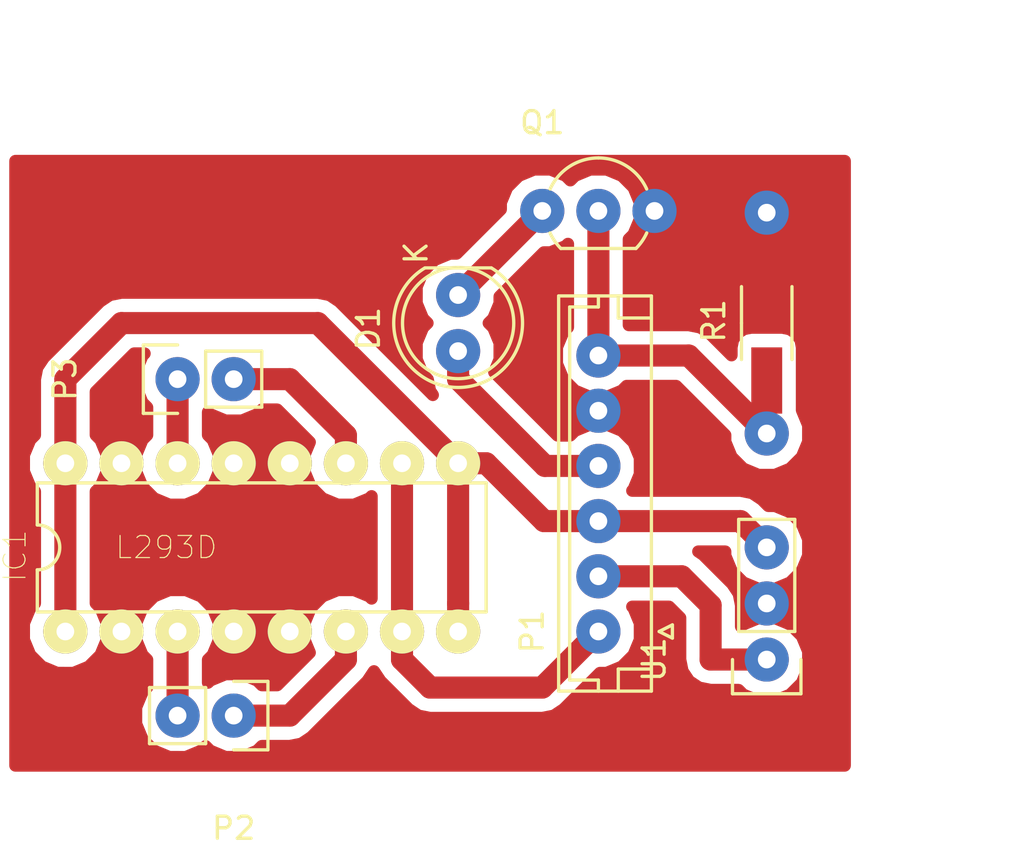
<source format=kicad_pcb>
(kicad_pcb (version 4) (host pcbnew 4.0.7-e1-6374~58~ubuntu17.04.1)

  (general
    (links 27)
    (no_connects 1)
    (area 122.519 95.09 172.95 133.175)
    (thickness 1.6)
    (drawings 2)
    (tracks 37)
    (zones 0)
    (modules 8)
    (nets 12)
  )

  (page A4)
  (layers
    (0 F.Cu signal)
    (31 B.Cu signal)
    (32 B.Adhes user)
    (33 F.Adhes user)
    (34 B.Paste user)
    (35 F.Paste user)
    (36 B.SilkS user)
    (37 F.SilkS user)
    (38 B.Mask user)
    (39 F.Mask user)
    (40 Dwgs.User user)
    (41 Cmts.User user)
    (42 Eco1.User user)
    (43 Eco2.User user)
    (44 Edge.Cuts user)
    (45 Margin user)
    (46 B.CrtYd user)
    (47 F.CrtYd user)
    (48 B.Fab user)
    (49 F.Fab user)
  )

  (setup
    (last_trace_width 1)
    (trace_clearance 0.2)
    (zone_clearance 0.6)
    (zone_45_only no)
    (trace_min 0.2)
    (segment_width 0.2)
    (edge_width 0.15)
    (via_size 0.6)
    (via_drill 0.4)
    (via_min_size 0.4)
    (via_min_drill 0.3)
    (uvia_size 0.3)
    (uvia_drill 0.1)
    (uvias_allowed no)
    (uvia_min_size 0.2)
    (uvia_min_drill 0.1)
    (pcb_text_width 0.3)
    (pcb_text_size 1.5 1.5)
    (mod_edge_width 0.15)
    (mod_text_size 1 1)
    (mod_text_width 0.15)
    (pad_size 2 2)
    (pad_drill 0.8)
    (pad_to_mask_clearance 0.2)
    (aux_axis_origin 123.19 129.54)
    (visible_elements FFFFFF7F)
    (pcbplotparams
      (layerselection 0x00000_00000001)
      (usegerberextensions false)
      (excludeedgelayer true)
      (linewidth 0.100000)
      (plotframeref false)
      (viasonmask false)
      (mode 1)
      (useauxorigin true)
      (hpglpennumber 1)
      (hpglpenspeed 20)
      (hpglpendiameter 15)
      (hpglpenoverlay 2)
      (psnegative false)
      (psa4output false)
      (plotreference true)
      (plotvalue true)
      (plotinvisibletext false)
      (padsonsilk false)
      (subtractmaskfromsilk false)
      (outputformat 1)
      (mirror false)
      (drillshape 0)
      (scaleselection 1)
      (outputdirectory gerber/))
  )

  (net 0 "")
  (net 1 "Net-(D1-Pad1)")
  (net 2 +5V)
  (net 3 +3V3)
  (net 4 GND)
  (net 5 "Net-(IC1-Pad10)")
  (net 6 "Net-(IC1-Pad3)")
  (net 7 "Net-(IC1-Pad6)")
  (net 8 "Net-(IC1-Pad11)")
  (net 9 "Net-(IC1-Pad14)")
  (net 10 "Net-(P1-Pad2)")
  (net 11 "Net-(P1-Pad6)")

  (net_class Default "This is the default net class."
    (clearance 0.2)
    (trace_width 1)
    (via_dia 0.6)
    (via_drill 0.4)
    (uvia_dia 0.3)
    (uvia_drill 0.1)
    (add_net +3V3)
    (add_net +5V)
    (add_net GND)
    (add_net "Net-(D1-Pad1)")
    (add_net "Net-(IC1-Pad10)")
    (add_net "Net-(IC1-Pad11)")
    (add_net "Net-(IC1-Pad14)")
    (add_net "Net-(IC1-Pad3)")
    (add_net "Net-(IC1-Pad6)")
    (add_net "Net-(P1-Pad2)")
    (add_net "Net-(P1-Pad6)")
  )

  (module LEDs:LED-5MM (layer F.Cu) (tedit 597EDD27) (tstamp 597DD877)
    (at 143.51 107.95 270)
    (descr "LED 5mm round vertical")
    (tags "LED 5mm round vertical")
    (path /597B30AF)
    (fp_text reference D1 (at 1.524 4.064 270) (layer F.SilkS)
      (effects (font (size 1 1) (thickness 0.15)))
    )
    (fp_text value LED (at 1.524 -3.937 270) (layer F.Fab)
      (effects (font (size 1 1) (thickness 0.15)))
    )
    (fp_line (start -1.5 -1.55) (end -1.5 1.55) (layer F.CrtYd) (width 0.05))
    (fp_arc (start 1.3 0) (end -1.5 1.55) (angle -302) (layer F.CrtYd) (width 0.05))
    (fp_arc (start 1.27 0) (end -1.23 -1.5) (angle 297.5) (layer F.SilkS) (width 0.15))
    (fp_line (start -1.23 1.5) (end -1.23 -1.5) (layer F.SilkS) (width 0.15))
    (fp_circle (center 1.27 0) (end 0.97 -2.5) (layer F.SilkS) (width 0.15))
    (fp_text user K (at -1.905 1.905 270) (layer F.SilkS)
      (effects (font (size 1 1) (thickness 0.15)))
    )
    (pad 1 thru_hole circle (at 0 0) (size 2 2) (drill 0.8) (layers *.Cu *.Mask)
      (net 1 "Net-(D1-Pad1)"))
    (pad 2 thru_hole circle (at 2.54 0) (size 2 2) (drill 0.8) (layers *.Cu *.Mask)
      (net 2 +5V))
    (model LEDs.3dshapes/LED-5MM.wrl
      (at (xyz 0.05 0 0))
      (scale (xyz 1 1 1))
      (rotate (xyz 0 0 90))
    )
  )

  (module L293D:DIL16 (layer F.Cu) (tedit 597DE055) (tstamp 597DD88B)
    (at 134.62 119.38)
    (descr "<b>Dual In Line Package</b>")
    (path /597DCC8A)
    (fp_text reference IC1 (at -11.176 0.381 90) (layer F.SilkS)
      (effects (font (size 1 1) (thickness 0.05)))
    )
    (fp_text value L293D (at -4.318 0) (layer F.SilkS)
      (effects (font (size 1 1) (thickness 0.05)))
    )
    (fp_line (start 10.16 -2.921) (end -10.16 -2.921) (layer F.SilkS) (width 0.1524))
    (fp_line (start -10.16 2.921) (end 10.16 2.921) (layer F.SilkS) (width 0.1524))
    (fp_line (start 10.16 -2.921) (end 10.16 2.921) (layer F.SilkS) (width 0.1524))
    (fp_line (start -10.16 -2.921) (end -10.16 -1.016) (layer F.SilkS) (width 0.1524))
    (fp_line (start -10.16 2.921) (end -10.16 1.016) (layer F.SilkS) (width 0.1524))
    (fp_arc (start -10.16 0) (end -10.16 1.016) (angle -180) (layer F.SilkS) (width 0.1524))
    (pad 1 thru_hole circle (at -8.89 3.81 90) (size 2 2) (drill 0.8) (layers *.Cu *.Mask F.SilkS)
      (net 3 +3V3))
    (pad 2 thru_hole circle (at -6.35 3.81 90) (size 2 2) (drill 0.8) (layers *.Cu *.Mask F.SilkS)
      (net 4 GND))
    (pad 7 thru_hole circle (at 6.35 3.81 90) (size 2 2) (drill 0.8) (layers *.Cu *.Mask F.SilkS)
      (net 5 "Net-(IC1-Pad10)"))
    (pad 8 thru_hole circle (at 8.89 3.81 90) (size 2 2) (drill 0.8) (layers *.Cu *.Mask F.SilkS)
      (net 3 +3V3))
    (pad 3 thru_hole circle (at -3.81 3.81 90) (size 2 2) (drill 0.8) (layers *.Cu *.Mask F.SilkS)
      (net 6 "Net-(IC1-Pad3)"))
    (pad 4 thru_hole circle (at -1.27 3.81 90) (size 2 2) (drill 0.8) (layers *.Cu *.Mask F.SilkS)
      (net 4 GND))
    (pad 6 thru_hole circle (at 3.81 3.81 90) (size 2 2) (drill 0.8) (layers *.Cu *.Mask F.SilkS)
      (net 7 "Net-(IC1-Pad6)"))
    (pad 5 thru_hole circle (at 1.27 3.81 90) (size 2 2) (drill 0.8) (layers *.Cu *.Mask F.SilkS)
      (net 4 GND))
    (pad 9 thru_hole circle (at 8.89 -3.81 90) (size 2 2) (drill 0.8) (layers *.Cu *.Mask F.SilkS)
      (net 3 +3V3))
    (pad 10 thru_hole circle (at 6.35 -3.81 90) (size 2 2) (drill 0.8) (layers *.Cu *.Mask F.SilkS)
      (net 5 "Net-(IC1-Pad10)"))
    (pad 11 thru_hole circle (at 3.81 -3.81 90) (size 2 2) (drill 0.8) (layers *.Cu *.Mask F.SilkS)
      (net 8 "Net-(IC1-Pad11)"))
    (pad 12 thru_hole circle (at 1.27 -3.81 90) (size 2 2) (drill 0.8) (layers *.Cu *.Mask F.SilkS)
      (net 4 GND))
    (pad 13 thru_hole circle (at -1.27 -3.81 90) (size 2 2) (drill 0.8) (layers *.Cu *.Mask F.SilkS)
      (net 4 GND))
    (pad 14 thru_hole circle (at -3.81 -3.81 90) (size 2 2) (drill 0.8) (layers *.Cu *.Mask F.SilkS)
      (net 9 "Net-(IC1-Pad14)"))
    (pad 15 thru_hole circle (at -6.35 -3.81 90) (size 2 2) (drill 0.8) (layers *.Cu *.Mask F.SilkS)
      (net 4 GND))
    (pad 16 thru_hole circle (at -8.89 -3.81 90) (size 2 2) (drill 0.8) (layers *.Cu *.Mask F.SilkS)
      (net 3 +3V3))
  )

  (module Connectors_JST:JST_EH_B06B-EH-A_06x2.50mm_Straight (layer F.Cu) (tedit 597EDD5C) (tstamp 597DD895)
    (at 149.86 123.19 90)
    (descr "JST EH series connector, B06B-EH-A, 2.50mm pitch, top entry")
    (tags "connector jst eh top vertical straight")
    (path /597DD6D5)
    (fp_text reference P1 (at 0 -3 90) (layer F.SilkS)
      (effects (font (size 1 1) (thickness 0.15)))
    )
    (fp_text value CONN_01X06 (at 0 5 90) (layer F.Fab)
      (effects (font (size 1 1) (thickness 0.15)))
    )
    (fp_line (start -2.7 -1.8) (end -2.7 2.4) (layer F.SilkS) (width 0.15))
    (fp_line (start -2.7 2.4) (end 15.2 2.4) (layer F.SilkS) (width 0.15))
    (fp_line (start 15.2 2.4) (end 15.2 -1.8) (layer F.SilkS) (width 0.15))
    (fp_line (start 15.2 -1.8) (end -2.7 -1.8) (layer F.SilkS) (width 0.15))
    (fp_line (start -2.7 0) (end -2.2 0) (layer F.SilkS) (width 0.15))
    (fp_line (start -2.2 0) (end -2.2 -1.3) (layer F.SilkS) (width 0.15))
    (fp_line (start -2.2 -1.3) (end 14.7 -1.3) (layer F.SilkS) (width 0.15))
    (fp_line (start 14.7 -1.3) (end 14.7 0) (layer F.SilkS) (width 0.15))
    (fp_line (start 14.7 0) (end 15.2 0) (layer F.SilkS) (width 0.15))
    (fp_line (start -2.7 0.9) (end -1.7 0.9) (layer F.SilkS) (width 0.15))
    (fp_line (start -1.7 0.9) (end -1.7 2.4) (layer F.SilkS) (width 0.15))
    (fp_line (start 15.2 0.9) (end 14.2 0.9) (layer F.SilkS) (width 0.15))
    (fp_line (start 14.2 0.9) (end 14.2 2.4) (layer F.SilkS) (width 0.15))
    (fp_line (start 0 2.75) (end -0.3 3.35) (layer F.SilkS) (width 0.15))
    (fp_line (start -0.3 3.35) (end 0.3 3.35) (layer F.SilkS) (width 0.15))
    (fp_line (start 0.3 3.35) (end 0 2.75) (layer F.SilkS) (width 0.15))
    (fp_line (start -3.2 -2.3) (end -3.2 2.9) (layer F.CrtYd) (width 0.05))
    (fp_line (start -3.2 2.9) (end 15.7 2.9) (layer F.CrtYd) (width 0.05))
    (fp_line (start 15.7 2.9) (end 15.7 -2.3) (layer F.CrtYd) (width 0.05))
    (fp_line (start 15.7 -2.3) (end -3.2 -2.3) (layer F.CrtYd) (width 0.05))
    (pad 1 thru_hole circle (at 0 0 90) (size 2 2) (drill 0.8) (layers *.Cu *.Mask)
      (net 5 "Net-(IC1-Pad10)"))
    (pad 2 thru_hole circle (at 2.5 0 90) (size 2 2) (drill 0.8) (layers *.Cu *.Mask)
      (net 10 "Net-(P1-Pad2)"))
    (pad 3 thru_hole circle (at 5 0 90) (size 2 2) (drill 0.8) (layers *.Cu *.Mask)
      (net 3 +3V3))
    (pad 4 thru_hole circle (at 7.5 0 90) (size 2 2) (drill 0.8) (layers *.Cu *.Mask)
      (net 2 +5V))
    (pad 5 thru_hole circle (at 10 0 90) (size 2 2) (drill 0.8) (layers *.Cu *.Mask)
      (net 4 GND))
    (pad 6 thru_hole circle (at 12.5 0 90) (size 2 2) (drill 0.8) (layers *.Cu *.Mask)
      (net 11 "Net-(P1-Pad6)"))
    (model Connectors_JST.3dshapes/JST_EH_B06B-EH-A_06x2.50mm_Straight.wrl
      (at (xyz 0 0 0))
      (scale (xyz 1 1 1))
      (rotate (xyz 0 0 0))
    )
  )

  (module Pin_Headers:Pin_Header_Straight_1x02 (layer F.Cu) (tedit 597DE0A7) (tstamp 597DD8A1)
    (at 130.81 111.76 90)
    (descr "Through hole pin header")
    (tags "pin header")
    (path /597DCF6A)
    (fp_text reference P3 (at 0 -5.1 90) (layer F.SilkS)
      (effects (font (size 1 1) (thickness 0.15)))
    )
    (fp_text value CONN_01X02 (at 0 -3.1 90) (layer F.Fab)
      (effects (font (size 1 1) (thickness 0.15)))
    )
    (fp_line (start 1.27 1.27) (end 1.27 3.81) (layer F.SilkS) (width 0.15))
    (fp_line (start 1.55 -1.55) (end 1.55 0) (layer F.SilkS) (width 0.15))
    (fp_line (start -1.75 -1.75) (end -1.75 4.3) (layer F.CrtYd) (width 0.05))
    (fp_line (start 1.75 -1.75) (end 1.75 4.3) (layer F.CrtYd) (width 0.05))
    (fp_line (start -1.75 -1.75) (end 1.75 -1.75) (layer F.CrtYd) (width 0.05))
    (fp_line (start -1.75 4.3) (end 1.75 4.3) (layer F.CrtYd) (width 0.05))
    (fp_line (start 1.27 1.27) (end -1.27 1.27) (layer F.SilkS) (width 0.15))
    (fp_line (start -1.55 0) (end -1.55 -1.55) (layer F.SilkS) (width 0.15))
    (fp_line (start -1.55 -1.55) (end 1.55 -1.55) (layer F.SilkS) (width 0.15))
    (fp_line (start -1.27 1.27) (end -1.27 3.81) (layer F.SilkS) (width 0.15))
    (fp_line (start -1.27 3.81) (end 1.27 3.81) (layer F.SilkS) (width 0.15))
    (pad 1 thru_hole circle (at 0 0 90) (size 2 2) (drill 0.8) (layers *.Cu *.Mask)
      (net 9 "Net-(IC1-Pad14)"))
    (pad 2 thru_hole circle (at 0 2.54 90) (size 2 2) (drill 0.8) (layers *.Cu *.Mask)
      (net 8 "Net-(IC1-Pad11)"))
    (model Pin_Headers.3dshapes/Pin_Header_Straight_1x02.wrl
      (at (xyz 0 -0.05 0))
      (scale (xyz 1 1 1))
      (rotate (xyz 0 0 90))
    )
  )

  (module TO_SOT_Packages_THT:TO-92_Inline_Wide (layer F.Cu) (tedit 597EDD40) (tstamp 597DD8A8)
    (at 147.32 104.14)
    (descr "TO-92 leads in-line, wide, drill 0.8mm (see NXP sot054_po.pdf)")
    (tags "to-92 sc-43 sc-43a sot54 PA33 transistor")
    (path /597B2B21)
    (fp_text reference Q1 (at 0 -4 180) (layer F.SilkS)
      (effects (font (size 1 1) (thickness 0.15)))
    )
    (fp_text value BS170 (at 0 3) (layer F.Fab)
      (effects (font (size 1 1) (thickness 0.15)))
    )
    (fp_arc (start 2.54 0) (end 0.84 1.7) (angle 20.5) (layer F.SilkS) (width 0.15))
    (fp_arc (start 2.54 0) (end 4.24 1.7) (angle -20.5) (layer F.SilkS) (width 0.15))
    (fp_line (start -1 1.95) (end -1 -2.65) (layer F.CrtYd) (width 0.05))
    (fp_line (start -1 1.95) (end 6.1 1.95) (layer F.CrtYd) (width 0.05))
    (fp_line (start 0.84 1.7) (end 4.24 1.7) (layer F.SilkS) (width 0.15))
    (fp_arc (start 2.54 0) (end 2.54 -2.4) (angle -65.55604127) (layer F.SilkS) (width 0.15))
    (fp_arc (start 2.54 0) (end 2.54 -2.4) (angle 65.55604127) (layer F.SilkS) (width 0.15))
    (fp_line (start -1 -2.65) (end 6.1 -2.65) (layer F.CrtYd) (width 0.05))
    (fp_line (start 6.1 1.95) (end 6.1 -2.65) (layer F.CrtYd) (width 0.05))
    (pad 2 thru_hole circle (at 2.54 0 90) (size 2 2) (drill 0.8) (layers *.Cu *.Mask)
      (net 11 "Net-(P1-Pad6)"))
    (pad 3 thru_hole circle (at 5.08 0 90) (size 2 2) (drill 0.8) (layers *.Cu *.Mask)
      (net 4 GND))
    (pad 1 thru_hole circle (at 0 0 90) (size 2 2) (drill 0.8) (layers *.Cu *.Mask)
      (net 1 "Net-(D1-Pad1)"))
    (model TO_SOT_Packages_THT.3dshapes/TO-92_Inline_Wide.wrl
      (at (xyz 0.1 0 0))
      (scale (xyz 1 1 1))
      (rotate (xyz 0 0 -90))
    )
  )

  (module Resistors_Universal:Resistor_SMD+THTuniversal_1206_RM10_HandSoldering (layer F.Cu) (tedit 597EE541) (tstamp 597DD8B0)
    (at 157.48 109.22 90)
    (descr "Resistor, SMD+THT, universal, 1206, RM10, HandSoldering,")
    (tags "Resistor, SMD+THT, universal, 1206, RM10, Hand soldering,")
    (path /597B3227)
    (fp_text reference R1 (at 0.09906 -2.4003 90) (layer F.SilkS)
      (effects (font (size 1 1) (thickness 0.15)))
    )
    (fp_text value R (at 2.70002 2.70002 90) (layer F.Fab)
      (effects (font (size 1 1) (thickness 0.15)))
    )
    (fp_line (start 1.651 1.143) (end -1.651 1.143) (layer F.SilkS) (width 0.15))
    (fp_line (start 0 -1.143) (end -1.651 -1.143) (layer F.SilkS) (width 0.15))
    (fp_line (start 0 -1.143) (end 1.651 -1.143) (layer F.SilkS) (width 0.15))
    (pad 1 smd rect (at -2.60096 0 90) (size 2.99974 1.39954) (layers F.Cu F.Paste F.Mask)
      (net 11 "Net-(P1-Pad6)"))
    (pad 2 smd rect (at 2.60096 0 90) (size 2.99974 1.39954) (layers F.Cu F.Paste F.Mask)
      (net 4 GND))
    (pad 1 thru_hole circle (at -5.00126 0 90) (size 2 2) (drill 0.8) (layers *.Cu *.Mask)
      (net 11 "Net-(P1-Pad6)"))
    (pad 2 thru_hole circle (at 5.00126 0 90) (size 2 2) (drill 0.8) (layers *.Cu *.Mask)
      (net 4 GND))
  )

  (module Socket_Strips:Socket_Strip_Straight_1x03 (layer F.Cu) (tedit 597EDC06) (tstamp 597DD8B7)
    (at 157.48 124.46 90)
    (descr "Through hole socket strip")
    (tags "socket strip")
    (path /597B2CB6)
    (fp_text reference U1 (at 0 -5.1 90) (layer F.SilkS)
      (effects (font (size 1 1) (thickness 0.15)))
    )
    (fp_text value TSOP38238 (at 0 -3.1 90) (layer F.Fab)
      (effects (font (size 1 1) (thickness 0.15)))
    )
    (fp_line (start 0 -1.55) (end -1.55 -1.55) (layer F.SilkS) (width 0.15))
    (fp_line (start -1.55 -1.55) (end -1.55 1.55) (layer F.SilkS) (width 0.15))
    (fp_line (start -1.55 1.55) (end 0 1.55) (layer F.SilkS) (width 0.15))
    (fp_line (start -1.75 -1.75) (end -1.75 1.75) (layer F.CrtYd) (width 0.05))
    (fp_line (start 6.85 -1.75) (end 6.85 1.75) (layer F.CrtYd) (width 0.05))
    (fp_line (start -1.75 -1.75) (end 6.85 -1.75) (layer F.CrtYd) (width 0.05))
    (fp_line (start -1.75 1.75) (end 6.85 1.75) (layer F.CrtYd) (width 0.05))
    (fp_line (start 1.27 -1.27) (end 6.35 -1.27) (layer F.SilkS) (width 0.15))
    (fp_line (start 6.35 -1.27) (end 6.35 1.27) (layer F.SilkS) (width 0.15))
    (fp_line (start 6.35 1.27) (end 1.27 1.27) (layer F.SilkS) (width 0.15))
    (fp_line (start 1.27 1.27) (end 1.27 -1.27) (layer F.SilkS) (width 0.15))
    (pad 1 thru_hole circle (at 0 0 90) (size 2 2) (drill 0.8) (layers *.Cu *.Mask)
      (net 10 "Net-(P1-Pad2)"))
    (pad 2 thru_hole circle (at 2.54 0 90) (size 2 2) (drill 0.8) (layers *.Cu *.Mask)
      (net 4 GND))
    (pad 3 thru_hole circle (at 5.08 0 90) (size 2 2) (drill 0.8) (layers *.Cu *.Mask)
      (net 3 +3V3))
    (model Socket_Strips.3dshapes/Socket_Strip_Straight_1x03.wrl
      (at (xyz 0.1 0 0))
      (scale (xyz 1 1 1))
      (rotate (xyz 0 0 180))
    )
  )

  (module Socket_Strips:Socket_Strip_Straight_1x02 (layer F.Cu) (tedit 597DE0CC) (tstamp 597DD8E6)
    (at 133.35 127 180)
    (descr "Through hole socket strip")
    (tags "socket strip")
    (path /597DCFA3)
    (fp_text reference P2 (at 0 -5.1 180) (layer F.SilkS)
      (effects (font (size 1 1) (thickness 0.15)))
    )
    (fp_text value CONN_01X02 (at 0 -3.1 180) (layer F.Fab)
      (effects (font (size 1 1) (thickness 0.15)))
    )
    (fp_line (start -1.55 1.55) (end 0 1.55) (layer F.SilkS) (width 0.15))
    (fp_line (start 3.81 1.27) (end 1.27 1.27) (layer F.SilkS) (width 0.15))
    (fp_line (start -1.75 -1.75) (end -1.75 1.75) (layer F.CrtYd) (width 0.05))
    (fp_line (start 4.3 -1.75) (end 4.3 1.75) (layer F.CrtYd) (width 0.05))
    (fp_line (start -1.75 -1.75) (end 4.3 -1.75) (layer F.CrtYd) (width 0.05))
    (fp_line (start -1.75 1.75) (end 4.3 1.75) (layer F.CrtYd) (width 0.05))
    (fp_line (start 1.27 1.27) (end 1.27 -1.27) (layer F.SilkS) (width 0.15))
    (fp_line (start 0 -1.55) (end -1.55 -1.55) (layer F.SilkS) (width 0.15))
    (fp_line (start -1.55 -1.55) (end -1.55 1.55) (layer F.SilkS) (width 0.15))
    (fp_line (start 1.27 -1.27) (end 3.81 -1.27) (layer F.SilkS) (width 0.15))
    (fp_line (start 3.81 -1.27) (end 3.81 1.27) (layer F.SilkS) (width 0.15))
    (pad 1 thru_hole circle (at 0 0 180) (size 2 2) (drill 0.8) (layers *.Cu *.Mask)
      (net 7 "Net-(IC1-Pad6)"))
    (pad 2 thru_hole circle (at 2.54 0 180) (size 2 2) (drill 0.8) (layers *.Cu *.Mask)
      (net 6 "Net-(IC1-Pad3)"))
    (model Socket_Strips.3dshapes/Socket_Strip_Straight_1x02.wrl
      (at (xyz 0.05 0 0))
      (scale (xyz 1 1 1))
      (rotate (xyz 0 0 180))
    )
  )

  (dimension 27.94 (width 0.3) (layer Eco1.User)
    (gr_text "27,940 mm" (at 166.45 115.57 270) (layer Eco1.User)
      (effects (font (size 1.5 1.5) (thickness 0.3)))
    )
    (feature1 (pts (xy 162.56 129.54) (xy 167.8 129.54)))
    (feature2 (pts (xy 162.56 101.6) (xy 167.8 101.6)))
    (crossbar (pts (xy 165.1 101.6) (xy 165.1 129.54)))
    (arrow1a (pts (xy 165.1 129.54) (xy 164.513579 128.413496)))
    (arrow1b (pts (xy 165.1 129.54) (xy 165.686421 128.413496)))
    (arrow2a (pts (xy 165.1 101.6) (xy 164.513579 102.726504)))
    (arrow2b (pts (xy 165.1 101.6) (xy 165.686421 102.726504)))
  )
  (dimension 38.1 (width 0.3) (layer Eco1.User)
    (gr_text "38,100 mm" (at 142.24 96.44) (layer Eco1.User)
      (effects (font (size 1.5 1.5) (thickness 0.3)))
    )
    (feature1 (pts (xy 161.29 100.33) (xy 161.29 95.09)))
    (feature2 (pts (xy 123.19 100.33) (xy 123.19 95.09)))
    (crossbar (pts (xy 123.19 97.79) (xy 161.29 97.79)))
    (arrow1a (pts (xy 161.29 97.79) (xy 160.163496 98.376421)))
    (arrow1b (pts (xy 161.29 97.79) (xy 160.163496 97.203579)))
    (arrow2a (pts (xy 123.19 97.79) (xy 124.316504 98.376421)))
    (arrow2b (pts (xy 123.19 97.79) (xy 124.316504 97.203579)))
  )

  (segment (start 143.51 107.95) (end 147.32 104.14) (width 1) (layer F.Cu) (net 1))
  (segment (start 143.51 110.49) (end 143.51 111.76) (width 1) (layer F.Cu) (net 2))
  (segment (start 147.44 115.69) (end 149.86 115.69) (width 1) (layer F.Cu) (net 2) (tstamp 597EDC78))
  (segment (start 143.51 111.76) (end 147.44 115.69) (width 1) (layer F.Cu) (net 2) (tstamp 597EDC73))
  (segment (start 149.74 115.57) (end 149.86 115.69) (width 1) (layer F.Cu) (net 2) (tstamp 597DDF40))
  (segment (start 149.86 118.19) (end 156.29 118.19) (width 1) (layer F.Cu) (net 3))
  (segment (start 156.29 118.19) (end 157.48 119.38) (width 1) (layer F.Cu) (net 3) (tstamp 597EDBD9))
  (segment (start 143.51 115.57) (end 144.78 115.57) (width 1) (layer F.Cu) (net 3))
  (segment (start 147.4 118.19) (end 149.86 118.19) (width 1) (layer F.Cu) (net 3) (tstamp 597EDBD6))
  (segment (start 144.78 115.57) (end 147.4 118.19) (width 1) (layer F.Cu) (net 3) (tstamp 597EDBD5))
  (segment (start 125.73 115.57) (end 125.73 111.76) (width 1) (layer F.Cu) (net 3))
  (segment (start 137.16 109.22) (end 143.51 115.57) (width 1) (layer F.Cu) (net 3) (tstamp 597EDAA7))
  (segment (start 128.27 109.22) (end 137.16 109.22) (width 1) (layer F.Cu) (net 3) (tstamp 597EDAA3))
  (segment (start 125.73 111.76) (end 128.27 109.22) (width 1) (layer F.Cu) (net 3) (tstamp 597EDAA0))
  (segment (start 143.51 115.57) (end 143.51 121.92) (width 1) (layer F.Cu) (net 3))
  (segment (start 143.51 121.92) (end 143.51 123.19) (width 1) (layer F.Cu) (net 3) (tstamp 597DDF95))
  (segment (start 125.73 115.57) (end 125.73 123.19) (width 1) (layer F.Cu) (net 3))
  (segment (start 140.97 123.19) (end 140.97 124.46) (width 1) (layer F.Cu) (net 5))
  (segment (start 140.97 124.46) (end 142.24 125.73) (width 1) (layer F.Cu) (net 5) (tstamp 597DDFD3))
  (segment (start 147.32 125.73) (end 149.86 123.19) (width 1) (layer F.Cu) (net 5) (tstamp 597DDFD8))
  (segment (start 142.24 125.73) (end 147.32 125.73) (width 1) (layer F.Cu) (net 5) (tstamp 597DDFD6))
  (segment (start 140.97 123.19) (end 140.97 115.57) (width 1) (layer F.Cu) (net 5))
  (segment (start 130.81 127) (end 130.81 123.19) (width 1) (layer F.Cu) (net 6))
  (segment (start 133.35 127) (end 135.89 127) (width 1) (layer F.Cu) (net 7))
  (segment (start 138.43 124.46) (end 138.43 123.19) (width 1) (layer F.Cu) (net 7) (tstamp 597DE092))
  (segment (start 135.89 127) (end 138.43 124.46) (width 1) (layer F.Cu) (net 7) (tstamp 597DE091))
  (segment (start 133.35 111.76) (end 135.89 111.76) (width 1) (layer F.Cu) (net 8))
  (segment (start 138.43 114.3) (end 138.43 115.57) (width 1) (layer F.Cu) (net 8) (tstamp 597DE08C))
  (segment (start 135.89 111.76) (end 138.43 114.3) (width 1) (layer F.Cu) (net 8) (tstamp 597DE08B))
  (segment (start 130.81 111.76) (end 130.81 115.57) (width 1) (layer F.Cu) (net 9))
  (segment (start 149.86 120.69) (end 153.63 120.69) (width 1) (layer F.Cu) (net 10))
  (segment (start 154.94 124.46) (end 157.48 124.46) (width 1) (layer F.Cu) (net 10) (tstamp 597EDBDE))
  (segment (start 154.94 122) (end 154.94 124.46) (width 1) (layer F.Cu) (net 10) (tstamp 597EDBDD))
  (segment (start 153.63 120.69) (end 154.94 122) (width 1) (layer F.Cu) (net 10) (tstamp 597EDBDC))
  (segment (start 149.86 110.69) (end 153.94874 110.69) (width 1) (layer F.Cu) (net 11))
  (segment (start 153.94874 110.69) (end 157.48 114.22126) (width 1) (layer F.Cu) (net 11) (tstamp 597EDCFF) (status 20))
  (segment (start 149.86 104.14) (end 149.86 110.69) (width 1) (layer F.Cu) (net 11))

  (zone (net 4) (net_name GND) (layer F.Cu) (tstamp 597EDDC6) (hatch edge 0.508)
    (connect_pads yes (clearance 0.6))
    (min_thickness 0.554)
    (fill yes (arc_segments 16) (thermal_gap 0.508) (thermal_bridge_width 0.508))
    (polygon
      (pts
        (xy 123.19 109.22) (xy 123.19 129.54) (xy 161.29 129.54) (xy 161.29 101.6) (xy 123.19 101.6)
      )
    )
    (filled_polygon
      (pts
        (xy 161.013 129.263) (xy 123.467 129.263) (xy 123.467 115.94172) (xy 123.852675 115.94172) (xy 124.137829 116.631846)
        (xy 124.353 116.847393) (xy 124.353 121.912433) (xy 124.139684 122.125376) (xy 123.853326 122.815004) (xy 123.852675 123.56172)
        (xy 124.137829 124.251846) (xy 124.665376 124.780316) (xy 125.355004 125.066674) (xy 126.10172 125.067325) (xy 126.791846 124.782171)
        (xy 127.320316 124.254624) (xy 127.606674 123.564996) (xy 127.607325 122.81828) (xy 127.322171 122.128154) (xy 127.107 121.912607)
        (xy 127.107 116.847567) (xy 127.320316 116.634624) (xy 127.606674 115.944996) (xy 127.607325 115.19828) (xy 127.322171 114.508154)
        (xy 127.107 114.292607) (xy 127.107 112.330372) (xy 128.840372 110.597) (xy 129.318232 110.597) (xy 129.219684 110.695376)
        (xy 128.933326 111.385004) (xy 128.932675 112.13172) (xy 129.217829 112.821846) (xy 129.433 113.037393) (xy 129.433 114.292433)
        (xy 129.219684 114.505376) (xy 128.933326 115.195004) (xy 128.932675 115.94172) (xy 129.217829 116.631846) (xy 129.745376 117.160316)
        (xy 130.435004 117.446674) (xy 131.18172 117.447325) (xy 131.871846 117.162171) (xy 132.400316 116.634624) (xy 132.686674 115.944996)
        (xy 132.687325 115.19828) (xy 132.402171 114.508154) (xy 132.187 114.292607) (xy 132.187 113.251768) (xy 132.285376 113.350316)
        (xy 132.975004 113.636674) (xy 133.72172 113.637325) (xy 134.411846 113.352171) (xy 134.627393 113.137) (xy 135.319628 113.137)
        (xy 136.795181 114.612553) (xy 136.553326 115.195004) (xy 136.552675 115.94172) (xy 136.837829 116.631846) (xy 137.365376 117.160316)
        (xy 138.055004 117.446674) (xy 138.80172 117.447325) (xy 139.491846 117.162171) (xy 139.593 117.061194) (xy 139.593 121.698232)
        (xy 139.494624 121.599684) (xy 138.804996 121.313326) (xy 138.05828 121.312675) (xy 137.368154 121.597829) (xy 136.839684 122.125376)
        (xy 136.553326 122.815004) (xy 136.552675 123.56172) (xy 136.794835 124.147793) (xy 135.319628 125.623) (xy 134.627567 125.623)
        (xy 134.414624 125.409684) (xy 133.724996 125.123326) (xy 132.97828 125.122675) (xy 132.288154 125.407829) (xy 132.187 125.508806)
        (xy 132.187 124.467567) (xy 132.400316 124.254624) (xy 132.686674 123.564996) (xy 132.687325 122.81828) (xy 132.402171 122.128154)
        (xy 131.874624 121.599684) (xy 131.184996 121.313326) (xy 130.43828 121.312675) (xy 129.748154 121.597829) (xy 129.219684 122.125376)
        (xy 128.933326 122.815004) (xy 128.932675 123.56172) (xy 129.217829 124.251846) (xy 129.433 124.467393) (xy 129.433 125.722433)
        (xy 129.219684 125.935376) (xy 128.933326 126.625004) (xy 128.932675 127.37172) (xy 129.217829 128.061846) (xy 129.745376 128.590316)
        (xy 130.435004 128.876674) (xy 131.18172 128.877325) (xy 131.871846 128.592171) (xy 132.0799 128.38448) (xy 132.285376 128.590316)
        (xy 132.975004 128.876674) (xy 133.72172 128.877325) (xy 134.411846 128.592171) (xy 134.627393 128.377) (xy 135.89 128.377)
        (xy 136.416955 128.272182) (xy 136.863686 127.973686) (xy 139.403686 125.433686) (xy 139.7 124.990221) (xy 139.996314 125.433686)
        (xy 141.266314 126.703686) (xy 141.713045 127.002182) (xy 142.24 127.107) (xy 147.32 127.107) (xy 147.846955 127.002182)
        (xy 148.293686 126.703686) (xy 149.93031 125.067062) (xy 150.23172 125.067325) (xy 150.921846 124.782171) (xy 151.450316 124.254624)
        (xy 151.736674 123.564996) (xy 151.737325 122.81828) (xy 151.452171 122.128154) (xy 151.391124 122.067) (xy 153.059628 122.067)
        (xy 153.563 122.570372) (xy 153.563 124.46) (xy 153.667818 124.986955) (xy 153.966314 125.433686) (xy 154.413045 125.732182)
        (xy 154.94 125.837) (xy 156.202433 125.837) (xy 156.415376 126.050316) (xy 157.105004 126.336674) (xy 157.85172 126.337325)
        (xy 158.541846 126.052171) (xy 159.070316 125.524624) (xy 159.356674 124.834996) (xy 159.357325 124.08828) (xy 159.072171 123.398154)
        (xy 158.544624 122.869684) (xy 157.854996 122.583326) (xy 157.10828 122.582675) (xy 156.418154 122.867829) (xy 156.317 122.968806)
        (xy 156.317 122) (xy 156.212182 121.473045) (xy 155.913686 121.026314) (xy 154.603686 119.716314) (xy 154.380222 119.567)
        (xy 155.602836 119.567) (xy 155.602675 119.75172) (xy 155.887829 120.441846) (xy 156.415376 120.970316) (xy 157.105004 121.256674)
        (xy 157.85172 121.257325) (xy 158.541846 120.972171) (xy 159.070316 120.444624) (xy 159.356674 119.754996) (xy 159.357325 119.00828)
        (xy 159.072171 118.318154) (xy 158.544624 117.789684) (xy 157.854996 117.503326) (xy 157.550432 117.50306) (xy 157.263686 117.216314)
        (xy 156.816955 116.917818) (xy 156.29 116.813) (xy 151.391838 116.813) (xy 151.450316 116.754624) (xy 151.736674 116.064996)
        (xy 151.737325 115.31828) (xy 151.452171 114.628154) (xy 150.924624 114.099684) (xy 150.234996 113.813326) (xy 149.48828 113.812675)
        (xy 148.798154 114.097829) (xy 148.582607 114.313) (xy 148.010372 114.313) (xy 145.144819 111.447447) (xy 145.386674 110.864996)
        (xy 145.387325 110.11828) (xy 145.102171 109.428154) (xy 144.89448 109.2201) (xy 145.100316 109.014624) (xy 145.386674 108.324996)
        (xy 145.38694 108.020432) (xy 147.39031 106.017062) (xy 147.69172 106.017325) (xy 148.381846 105.732171) (xy 148.483 105.631194)
        (xy 148.483 109.412433) (xy 148.269684 109.625376) (xy 147.983326 110.315004) (xy 147.982675 111.06172) (xy 148.267829 111.751846)
        (xy 148.795376 112.280316) (xy 149.485004 112.566674) (xy 150.23172 112.567325) (xy 150.921846 112.282171) (xy 151.137393 112.067)
        (xy 153.378368 112.067) (xy 155.602938 114.29157) (xy 155.602675 114.59298) (xy 155.887829 115.283106) (xy 156.415376 115.811576)
        (xy 157.105004 116.097934) (xy 157.85172 116.098585) (xy 158.541846 115.813431) (xy 159.070316 115.285884) (xy 159.356674 114.596256)
        (xy 159.357325 113.84954) (xy 159.073951 113.163722) (xy 159.073951 110.32109) (xy 159.012799 109.996093) (xy 158.820726 109.697604)
        (xy 158.527656 109.497358) (xy 158.17977 109.426909) (xy 156.78023 109.426909) (xy 156.455233 109.488061) (xy 156.156744 109.680134)
        (xy 155.956498 109.973204) (xy 155.886049 110.32109) (xy 155.886049 110.679937) (xy 154.922426 109.716314) (xy 154.475695 109.417818)
        (xy 153.94874 109.313) (xy 151.237 109.313) (xy 151.237 105.417567) (xy 151.450316 105.204624) (xy 151.736674 104.514996)
        (xy 151.737325 103.76828) (xy 151.452171 103.078154) (xy 150.924624 102.549684) (xy 150.234996 102.263326) (xy 149.48828 102.262675)
        (xy 148.798154 102.547829) (xy 148.5901 102.75552) (xy 148.384624 102.549684) (xy 147.694996 102.263326) (xy 146.94828 102.262675)
        (xy 146.258154 102.547829) (xy 145.729684 103.075376) (xy 145.443326 103.765004) (xy 145.44306 104.069568) (xy 143.43969 106.072938)
        (xy 143.13828 106.072675) (xy 142.448154 106.357829) (xy 141.919684 106.885376) (xy 141.633326 107.575004) (xy 141.632675 108.32172)
        (xy 141.917829 109.011846) (xy 142.12552 109.2199) (xy 141.919684 109.425376) (xy 141.633326 110.115004) (xy 141.632675 110.86172)
        (xy 141.917829 111.551846) (xy 142.134837 111.769233) (xy 142.237818 112.286955) (xy 142.365668 112.478296) (xy 138.133686 108.246314)
        (xy 137.686955 107.947818) (xy 137.16 107.843) (xy 128.27 107.843) (xy 127.743045 107.947818) (xy 127.296314 108.246314)
        (xy 124.756314 110.786314) (xy 124.457818 111.233045) (xy 124.353 111.76) (xy 124.353 114.292433) (xy 124.139684 114.505376)
        (xy 123.853326 115.195004) (xy 123.852675 115.94172) (xy 123.467 115.94172) (xy 123.467 101.877) (xy 161.013 101.877)
      )
    )
  )
)

</source>
